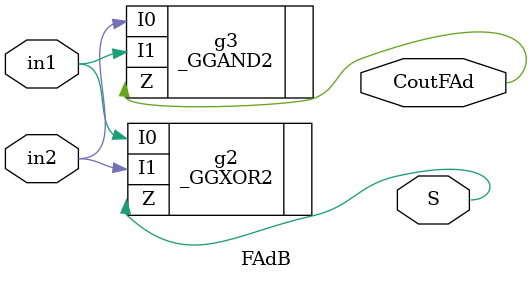
<source format=v>

`timescale 1ns/1ns

module main;    //: root_module
reg [3:0] w20;    //: /sn:0 {0}(#:658,268)(760,268)(#:760,194){1}
reg [3:0] w5;    //: /sn:0 {0}(#:367,111)(#:367,38){1}
wire [7:0] w7;    //: /sn:0 {0}(#:362,440)(362,478)(578,478)(578,424){1}
wire w14;    //: /sn:0 {0}(337,434)(337,417)(274,417)(274,351){1}
wire w16;    //: /sn:0 {0}(357,434)(357,383)(344,383)(344,351){1}
wire w15;    //: /sn:0 {0}(327,434)(327,423)(238,423)(238,351){1}
wire w4;    //: /sn:0 {0}(362,117)(362,149)(324,149)(324,172){1}
wire w19;    //: /sn:0 {0}(387,434)(387,417)(459,417)(459,351){1}
wire w0;    //: /sn:0 {0}(382,117)(382,134)(487,134)(487,172){1}
wire w3;    //: /sn:0 {0}(248,172)(248,132)(352,132)(352,117){1}
wire w1;    //: /sn:0 {0}(372,117)(372,149)(411,149)(411,172){1}
wire w8;    //: /sn:0 {0}(397,434)(397,423)(496,423)(496,351){1}
wire w30;    //: /sn:0 {0}(544,211)(637,211)(637,253)(652,253){1}
wire w17;    //: /sn:0 {0}(367,434)(367,383)(379,383)(379,351){1}
wire w10;    //: /sn:0 {0}(377,434)(377,409)(417,409)(417,351){1}
wire w13;    //: /sn:0 {0}(347,434)(347,409)(309,409)(309,351){1}
wire w27;    //: /sn:0 {0}(544,283)(597,283)(597,273)(652,273){1}
wire w29;    //: /sn:0 {0}(544,251)(596,251)(596,263)(652,263){1}
wire w26;    //: /sn:0 {0}(544,313)(637,313)(637,283)(652,283){1}
//: enddecls

  //: LED g4 (w7) @(578,417) /sn:0 /w:[ 1 ] /type:3
  //: DIP g3 (w20) @(760,184) /sn:0 /w:[ 1 ] /st:1 /dn:1
  assign {w30, w29, w27, w26} = w20; //: CONCAT g2  @(657,268) /sn:0 /w:[ 1 1 1 1 0 ] /dr:0 /tp:0 /drp:0
  assign w7 = {w8, w19, w10, w17, w16, w13, w14, w15}; //: CONCAT g1  @(362,439) /sn:0 /R:3 /w:[ 0 0 0 0 0 0 0 0 0 ] /dr:0 /tp:0 /drp:1
  //: DIP g9 (w5) @(367,28) /sn:0 /w:[ 1 ] /st:2 /dn:1
  assign {w3, w4, w1, w0} = w5; //: CONCAT g17  @(367,112) /sn:0 /R:1 /w:[ 1 0 0 0 0 ] /dr:0 /tp:0 /drp:0
  MUL g0 (.A3(w3), .A2(w4), .A1(w1), .A0(w0), .B0(w26), .B1(w27), .B2(w29), .B3(w30), .S0(w15), .S1(w14), .S2(w13), .S3(w16), .S4(w17), .S5(w10), .S6(w19), .S7(w8));   //: @(198, 173) /sz:(345, 177) /sn:0 /p:[ Ti0>0 Ti1>1 Ti2>1 Ti3>1 Ri0>0 Ri1>0 Ri2>0 Ri3>0 Bo0<1 Bo1<1 Bo2<1 Bo3<1 Bo4<1 Bo5<1 Bo6<1 Bo7<1 ]

endmodule
//: /netlistEnd

//: /netlistBegin FAb
module FAb(Cout, Cin, B, A, S);
//: interface  /sz:(40, 40) /bd:[ ] /pd: 0 /pi: 0 /pe: 0 /pp: 1
input B;    //: /sn:0 {0}(156,149)(201,149){1}
//: {2}(205,149)(227,149)(227,132)(242,132){3}
//: {4}(203,151)(203,281)(242,281){5}
input A;    //: /sn:0 {0}(156,118)(175,118){1}
//: {2}(179,118)(227,118)(227,127)(242,127){3}
//: {4}(177,120)(177,286)(242,286){5}
output Cout;    //: /sn:0 {0}(430,282)(511,282){1}
input Cin;    //: /sn:0 {0}(156,208)(251,208){1}
//: {2}(255,208)(394,208)(394,168)(409,168){3}
//: {4}(253,210)(253,241)(337,241){5}
output S;    //: /sn:0 {0}(430,166)(503,166){1}
wire w3;    //: /sn:0 {0}(358,239)(387,239)(387,279)(409,279){1}
wire w2;    //: /sn:0 {0}(263,130)(322,130)(322,161){1}
//: {2}(324,163)(367,163)(367,163)(409,163){3}
//: {4}(322,165)(322,236)(337,236){5}
wire w5;    //: /sn:0 {0}(263,284)(336,284)(336,284)(409,284){1}
//: enddecls

  _GGNAND2 #(4) g8 (.I0(w3), .I1(w5), .Z(Cout));   //: @(420,282) /sn:0 /w:[ 1 1 0 ]
  _GGNAND2 #(4) g4 (.I0(B), .I1(A), .Z(w5));   //: @(253,284) /sn:0 /w:[ 5 5 0 ]
  //: OUT g13 (Cout) @(508,282) /sn:0 /w:[ 1 ]
  _GGXOR2 #(8) g3 (.I0(A), .I1(B), .Z(w2));   //: @(253,130) /sn:0 /w:[ 3 3 0 ]
  //: IN g2 (Cin) @(154,208) /sn:0 /w:[ 0 ]
  //: IN g1 (B) @(154,149) /sn:0 /w:[ 0 ]
  //: joint g11 (Cin) @(253, 208) /w:[ 2 -1 1 4 ]
  _GGXOR2 #(8) g10 (.I0(w2), .I1(Cin), .Z(S));   //: @(420,166) /sn:0 /w:[ 3 3 0 ]
  //: joint g6 (B) @(203, 149) /w:[ 2 -1 1 4 ]
  //: joint g9 (w2) @(322, 163) /w:[ 2 1 -1 4 ]
  _GGNAND2 #(4) g7 (.I0(w2), .I1(Cin), .Z(w3));   //: @(348,239) /sn:0 /w:[ 5 5 0 ]
  //: joint g5 (A) @(177, 118) /w:[ 2 -1 1 4 ]
  //: IN g0 (A) @(154,118) /sn:0 /w:[ 0 ]
  //: OUT g12 (S) @(500,166) /sn:0 /w:[ 1 ]

endmodule
//: /netlistEnd

//: /netlistBegin FAdA
module FAdA(in4, C2, C1, in3);
//: interface  /sz:(40, 40) /bd:[ ] /pd: 0 /pi: 0 /pe: 0 /pp: 1
output C2;    //: /sn:0 {0}(371,217)(260,217){1}
input in4;    //: /sn:0 {0}(134,142)(183,142){1}
//: {2}(187,142)(224,142)(224,114)(239,114){3}
//: {4}(185,144)(185,214)(239,214){5}
input in3;    //: /sn:0 {0}(134,85)(151,85){1}
//: {2}(155,85)(224,85)(224,109)(239,109){3}
//: {4}(153,87)(153,219)(239,219){5}
output C1;    //: /sn:0 {0}(260,112)(370,112){1}
//: enddecls

  //: joint g4 (in3) @(153, 85) /w:[ 2 -1 1 4 ]
  _GGAND2 #(6) g3 (.I0(in4), .I1(in3), .Z(C2));   //: @(250,217) /sn:0 /w:[ 5 5 1 ]
  _GGXOR2 #(8) g2 (.I0(in3), .I1(in4), .Z(C1));   //: @(250,112) /sn:0 /w:[ 3 3 0 ]
  //: IN g1 (in4) @(132,142) /sn:0 /w:[ 0 ]
  //: OUT g6 (C2) @(368,217) /sn:0 /w:[ 0 ]
  //: OUT g7 (C1) @(367,112) /sn:0 /w:[ 1 ]
  //: joint g5 (in4) @(185, 142) /w:[ 2 -1 1 4 ]
  //: IN g0 (in3) @(132,85) /sn:0 /w:[ 0 ]

endmodule
//: /netlistEnd

//: /netlistBegin FA3alt
module FA3alt(C1, Cin, C, B, S, C2, A);
//: interface  /sz:(40, 40) /bd:[ ] /pd: 0 /pi: 0 /pe: 0 /pp: 1
input B;    //: /sn:0 {0}(468,36)(526,36)(526,114){1}
input A;    //: /sn:0 {0}(418,68)(464,68)(464,114){1}
output C2;    //: /sn:0 {0}(121,349)(219,349){1}
input C;    //: /sn:0 {0}(469,307)(469,252)(425,252){1}
input Cin;    //: /sn:0 {0}(664,170)(560,170){1}
output C1;    //: /sn:0 {0}(283,455)(283,394){1}
output S;    //: /sn:0 {0}(503,452)(503,391){1}
wire w0;    //: /sn:0 {0}(517,307)(517,266)(501,266)(501,226){1}
wire w3;    //: /sn:0 {0}(442,349)(384,349)(384,264)(306,264)(306,307){1}
wire w1;    //: /sn:0 {0}(436,170)(248,170)(248,307){1}
//: enddecls

  FA g4 (.B(B), .A(A), .Cin(Cin), .Cout(w1), .Sin(w0));   //: @(437, 115) /sz:(122, 110) /sn:0 /p:[ Ti0>1 Ti1>1 Ri0>1 Lo0<0 Bo0<1 ]
  //: OUT g8 (C1) @(283,452) /sn:0 /R:3 /w:[ 0 ]
  //: IN g3 (Cin) @(666,170) /sn:0 /R:2 /w:[ 0 ]
  //: IN g2 (C) @(423,252) /sn:0 /w:[ 1 ]
  //: IN g1 (B) @(466,36) /sn:0 /w:[ 0 ]
  //: OUT g6 (S) @(503,449) /sn:0 /R:3 /w:[ 0 ]
  FAdA g7 (.in4(w3), .in3(w1), .C2(C2), .C1(C1));   //: @(220, 308) /sz:(120, 85) /sn:0 /p:[ Ti0>1 Ti1>1 Lo0<1 Bo0<1 ]
  //: OUT g9 (C2) @(124,349) /sn:0 /R:2 /w:[ 0 ]
  FAd g5 (.in1(C), .in2(w0), .CoutFAd(w3), .S(S));   //: @(443, 308) /sz:(113, 82) /sn:0 /p:[ Ti0>0 Ti1>0 Lo0<0 Bo0<1 ]
  //: IN g0 (A) @(416,68) /sn:0 /w:[ 0 ]

endmodule
//: /netlistEnd

//: /netlistBegin FAd
module FAd(in2, CoutFAd, S, in1);
//: interface  /sz:(40, 40) /bd:[ ] /pd: 0 /pi: 0 /pe: 0 /pp: 1
input in1;    //: /sn:0 {0}(134,85)(151,85){1}
//: {2}(155,85)(224,85)(224,109)(239,109){3}
//: {4}(153,87)(153,219)(239,219){5}
input in2;    //: /sn:0 {0}(134,142)(183,142){1}
//: {2}(187,142)(224,142)(224,114)(239,114){3}
//: {4}(185,144)(185,214)(239,214){5}
output CoutFAd;    //: /sn:0 {0}(371,217)(260,217){1}
output S;    //: /sn:0 {0}(260,112)(370,112){1}
//: enddecls

  //: joint g4 (in1) @(153, 85) /w:[ 2 -1 1 4 ]
  _GGAND2 #(6) g3 (.I0(in2), .I1(in1), .Z(CoutFAd));   //: @(250,217) /sn:0 /w:[ 5 5 1 ]
  _GGXOR2 #(8) g2 (.I0(in1), .I1(in2), .Z(S));   //: @(250,112) /sn:0 /w:[ 3 3 0 ]
  //: IN g1 (in2) @(132,142) /sn:0 /w:[ 0 ]
  //: OUT g6 (CoutFAd) @(368,217) /sn:0 /w:[ 0 ]
  //: OUT g7 (S) @(367,112) /sn:0 /w:[ 1 ]
  //: joint g5 (in2) @(185, 142) /w:[ 2 -1 1 4 ]
  //: IN g0 (in1) @(132,85) /sn:0 /w:[ 0 ]

endmodule
//: /netlistEnd

//: /netlistBegin FA3b
module FA3b(C1, Cin, C, B, S, C2, A);
//: interface  /sz:(40, 40) /bd:[ ] /pd: 0 /pi: 0 /pe: 0 /pp: 1
input B;    //: /sn:0 {0}(468,36)(526,36)(526,114){1}
input A;    //: /sn:0 {0}(418,68)(464,68)(464,114){1}
output C2;    //: /sn:0 {0}(121,349)(219,349){1}
input C;    //: /sn:0 {0}(469,307)(469,252)(425,252){1}
input Cin;    //: /sn:0 {0}(664,170)(560,170){1}
output C1;    //: /sn:0 {0}(283,455)(283,394){1}
output S;    //: /sn:0 {0}(503,452)(503,391){1}
wire w0;    //: /sn:0 {0}(517,307)(517,266)(501,266)(501,226){1}
wire w3;    //: /sn:0 {0}(442,349)(384,349)(384,264)(306,264)(306,307){1}
wire w1;    //: /sn:0 {0}(436,170)(248,170)(248,307){1}
//: enddecls

  FA g4 (.B(B), .A(A), .Cin(Cin), .Cout(w1), .Sin(w0));   //: @(437, 115) /sz:(122, 110) /sn:0 /p:[ Ti0>1 Ti1>1 Ri0>1 Lo0<0 Bo0<1 ]
  //: OUT g8 (C1) @(283,452) /sn:0 /R:3 /w:[ 0 ]
  //: IN g3 (Cin) @(666,170) /sn:0 /R:2 /w:[ 0 ]
  //: IN g2 (C) @(423,252) /sn:0 /w:[ 1 ]
  //: IN g1 (B) @(466,36) /sn:0 /w:[ 0 ]
  //: OUT g6 (S) @(503,449) /sn:0 /R:3 /w:[ 0 ]
  FAdA g7 (.in4(w3), .in3(w1), .C2(C2), .C1(C1));   //: @(220, 308) /sz:(120, 85) /sn:0 /p:[ Ti0>1 Ti1>1 Lo0<1 Bo0<1 ]
  //: OUT g9 (C2) @(124,349) /sn:0 /R:2 /w:[ 0 ]
  FAd g5 (.in1(C), .in2(w0), .CoutFAd(w3), .S(S));   //: @(443, 308) /sz:(113, 82) /sn:0 /p:[ Ti0>0 Ti1>0 Lo0<0 Bo0<1 ]
  //: IN g0 (A) @(416,68) /sn:0 /w:[ 0 ]

endmodule
//: /netlistEnd

//: /netlistBegin FAdD
module FAdD(in2, CoutFAd, S, in1);
//: interface  /sz:(40, 40) /bd:[ ] /pd: 0 /pi: 0 /pe: 0 /pp: 1
input in1;    //: /sn:0 {0}(134,85)(151,85){1}
//: {2}(155,85)(224,85)(224,109)(239,109){3}
//: {4}(153,87)(153,219)(239,219){5}
input in2;    //: /sn:0 {0}(134,142)(183,142){1}
//: {2}(187,142)(224,142)(224,114)(239,114){3}
//: {4}(185,144)(185,214)(239,214){5}
output CoutFAd;    //: /sn:0 {0}(371,217)(260,217){1}
output S;    //: /sn:0 {0}(260,112)(370,112){1}
//: enddecls

  //: joint g4 (in1) @(153, 85) /w:[ 2 -1 1 4 ]
  _GGAND2 #(6) g3 (.I0(in2), .I1(in1), .Z(CoutFAd));   //: @(250,217) /sn:0 /w:[ 5 5 1 ]
  _GGXOR2 #(8) g2 (.I0(in1), .I1(in2), .Z(S));   //: @(250,112) /sn:0 /w:[ 3 3 0 ]
  //: IN g1 (in2) @(132,142) /sn:0 /w:[ 0 ]
  //: OUT g6 (CoutFAd) @(368,217) /sn:0 /w:[ 0 ]
  //: OUT g7 (S) @(367,112) /sn:0 /w:[ 1 ]
  //: joint g5 (in2) @(185, 142) /w:[ 2 -1 1 4 ]
  //: IN g0 (in1) @(132,85) /sn:0 /w:[ 0 ]

endmodule
//: /netlistEnd

//: /netlistBegin MUL
module MUL(S7, S2, S3, B3, B1, S1, B2, S4, S6, A0, A3, S0, A2, B0, A1, S5);
//: interface  /sz:(40, 40) /bd:[ ] /pd: 0 /pi: 0 /pe: 0 /pp: 1
input A0;    //: /sn:0 {0}(-619,-207)(-353,-207){1}
//: {2}(-349,-207)(-6,-207){3}
//: {4}(-2,-207)(341,-207){5}
//: {6}(345,-207)(697,-207){7}
//: {8}(701,-207)(750,-207){9}
//: {10}(699,-205)(699,88){11}
//: {12}(343,-205)(343,55){13}
//: {14}(-4,-205)(-4,23){15}
//: {16}(-351,-205)(-351,-6){17}
output S1;    //: /sn:0 {0}(600,403)(600,462){1}
output S7;    //: /sn:0 {0}(-594,362)(-611,362)(-611,459){1}
output S6;    //: /sn:0 {0}(-452,408)(-452,433)(-452,433)(-452,459){1}
input A3;    //: /sn:0 {0}(-228,23)(-228,-84)(-228,-84)(-228,-97){1}
//: {2}(-226,-99)(117,-99){3}
//: {4}(121,-99)(473,-99){5}
//: {6}(477,-99)(753,-99){7}
//: {8}(475,-97)(475,88){9}
//: {10}(119,-97)(119,55){11}
//: {12}(-230,-99)(-573,-99){13}
//: {14}(-577,-99)(-619,-99){15}
//: {16}(-575,-97)(-575,-6){17}
input A2;    //: /sn:0 {0}(-619,-140)(-498,-140){1}
//: {2}(-494,-140)(-151,-140){3}
//: {4}(-147,-140)(196,-140){5}
//: {6}(200,-140)(552,-140){7}
//: {8}(556,-140)(751,-140){9}
//: {10}(554,-138)(554,88){11}
//: {12}(198,-138)(198,55){13}
//: {14}(-149,-138)(-149,23){15}
//: {16}(-496,-138)(-496,-6){17}
output S4;    //: /sn:0 {0}(-49,408)(-49,460){1}
input B2;    //: /sn:0 {0}(-263,-17)(-225,-17){1}
//: {2}(-221,-17)(-146,-17){3}
//: {4}(-142,-17)(-75,-17){5}
//: {6}(-71,-17)(-1,-17){7}
//: {8}(3,-17)(57,-17){9}
//: {10}(1,-15)(1,23){11}
//: {12}(-73,-15)(-73,23){13}
//: {14}(-144,-15)(-144,23){15}
//: {16}(-223,-15)(-223,23){17}
input B1;    //: /sn:0 {0}(84,15)(122,15){1}
//: {2}(126,15)(201,15){3}
//: {4}(205,15)(272,15){5}
//: {6}(276,15)(346,15){7}
//: {8}(350,15)(412,15){9}
//: {10}(348,17)(348,55){11}
//: {12}(274,17)(274,55){13}
//: {14}(203,17)(203,55){15}
//: {16}(124,17)(124,55){17}
output S0;    //: /sn:0 {0}(701,109)(701,459)(701,459)(701,462){1}
output S5;    //: /sn:0 {0}(-265,407)(-265,432)(-265,432)(-265,459){1}
input A1;    //: /sn:0 {0}(-620,-175)(-427,-175){1}
//: {2}(-423,-175)(-80,-175){3}
//: {4}(-76,-175)(267,-175){5}
//: {6}(271,-175)(623,-175){7}
//: {8}(627,-175)(750,-175){9}
//: {10}(625,-173)(625,88){11}
//: {12}(269,-173)(269,55){13}
//: {14}(-78,-173)(-78,23){15}
//: {16}(-425,-173)(-425,-6){17}
input B3;    //: /sn:0 {0}(-617,-46)(-572,-46){1}
//: {2}(-568,-46)(-493,-46){3}
//: {4}(-489,-46)(-422,-46){5}
//: {6}(-418,-46)(-348,-46){7}
//: {8}(-344,-46)(-297,-46){9}
//: {10}(-346,-44)(-346,-6){11}
//: {12}(-420,-44)(-420,-6){13}
//: {14}(-491,-44)(-491,-6){15}
//: {16}(-570,-44)(-570,-6){17}
output S3;    //: /sn:0 {0}(178,407)(178,462){1}
input B0;    //: /sn:0 {0}(439,49)(478,49){1}
//: {2}(482,49)(557,49){3}
//: {4}(561,49)(628,49){5}
//: {6}(632,49)(702,49){7}
//: {8}(706,49)(761,49){9}
//: {10}(704,51)(704,88){11}
//: {12}(630,51)(630,88){13}
//: {14}(559,51)(559,88){15}
//: {16}(480,51)(480,88){17}
output S2;    //: /sn:0 {0}(391,406)(391,462){1}
wire w32;    //: /sn:0 {0}(-226,44)(-226,81)(-266,81)(-266,307){1}
wire w6;    //: /sn:0 {0}(121,76)(121,112)(-29,112)(-29,293){1}
wire w7;    //: /sn:0 {0}(334,377)(293,377)(293,369)(248,369){1}
wire w16;    //: /sn:0 {0}(-323,371)(-393,371){1}
wire w14;    //: /sn:0 {0}(271,76)(271,161)(394,161)(394,309){1}
wire w4;    //: /sn:0 {0}(529,366)(451,366){1}
wire w15;    //: /sn:0 {0}(-427,324)(-427,273)(-167,273)(-167,328)(-125,328){1}
wire w38;    //: /sn:0 {0}(-423,15)(-423,184)(-100,184)(-100,293){1}
wire w0;    //: /sn:0 {0}(-125,369)(-166,369)(-166,362)(-209,362){1}
wire w20;    //: /sn:0 {0}(-2,293)(-2,254)(298,254)(298,340)(334,340){1}
wire w23;    //: /sn:0 {0}(345,76)(345,149)(491,149)(491,224)(561,224)(561,332){1}
wire w41;    //: /sn:0 {0}(-494,15)(-494,214)(-301,214)(-301,307){1}
wire w18;    //: /sn:0 {0}(-323,341)(-374,341)(-374,255)(-551,255)(-551,360)(-573,360){1}
wire w8;    //: /sn:0 {0}(627,109)(627,332){1}
wire w35;    //: /sn:0 {0}(-2,44)(-2,206)(362,206)(362,309){1}
wire w17;    //: /sn:0 {0}(197,294)(197,135)(200,135)(200,76){1}
wire w2;    //: /sn:0 {0}(477,109)(477,121)(452,121)(452,190)(224,190)(224,294){1}
wire w44;    //: /sn:0 {0}(-475,324)(-475,233)(-573,233)(-573,15){1}
wire w12;    //: /sn:0 {0}(110,374)(77,374)(77,358)(29,358){1}
wire w10;    //: /sn:0 {0}(-573,365)(-508,365){1}
wire w13;    //: /sn:0 {0}(110,329)(78,329)(78,238)(-235,238)(-235,307){1}
wire w5;    //: /sn:0 {0}(556,109)(556,180)(520,180)(520,273)(425,273)(425,309){1}
wire w29;    //: /sn:0 {0}(-147,44)(-147,158)(-68,158)(-68,293){1}
wire w47;    //: /sn:0 {0}(-349,15)(-349,170)(133,170)(133,294){1}
wire w26;    //: /sn:0 {0}(-76,44)(-76,134)(164,134)(164,294){1}
//: enddecls

  _GGAND2 #(6) g4 (.I0(B0), .I1(A1), .Z(w8));   //: @(627,99) /sn:0 /R:3 /anc:1 /w:[ 13 11 0 ]
  _GGAND2 #(6) g8 (.I0(B1), .I1(A0), .Z(w23));   //: @(345,66) /sn:0 /R:3 /w:[ 11 13 0 ]
  //: comment g61 @(9,29) /sn:0
  //: /line:"A0B2"
  //: /end
  //: OUT g86 (S7) @(-611,456) /sn:0 /R:3 /w:[ 1 ]
  _GGAND2 #(6) g3 (.I0(B0), .I1(A2), .Z(w5));   //: @(556,99) /sn:0 /R:3 /anc:1 /w:[ 15 11 0 ]
  _GGAND2 #(6) g13 (.I0(B2), .I1(A0), .Z(w35));   //: @(-2,34) /sn:0 /R:3 /w:[ 11 15 0 ]
  //: comment g34 @(568,89) /sn:0
  //: /line:"A2B0"
  //: /end
  //: joint g37 (A0) @(343, -207) /w:[ 6 -1 5 12 ]
  //: joint g51 (A2) @(-149, -140) /w:[ 4 -1 3 14 ]
  //: joint g55 (B2) @(-144, -17) /w:[ 4 -1 3 14 ]
  //: joint g58 (A1) @(-425, -175) /w:[ 2 -1 1 16 ]
  _GGAND2 #(6) g2 (.I0(B0), .I1(A3), .Z(w2));   //: @(477,99) /sn:0 /R:3 /anc:1 /w:[ 17 9 0 ]
  //: joint g65 (B3) @(-346, -46) /w:[ 8 -1 7 10 ]
  //: OUT g76 (S2) @(391,459) /sn:0 /R:3 /w:[ 1 ]
  FA4a g77 (.D(w2), .C(w17), .B(w26), .A(w47), .Cin(w7), .C2(w13), .C1(w12), .S0(S3));   //: @(111, 295) /sz:(136, 111) /sn:0 /p:[ Ti0>1 Ti1>0 Ti2>1 Ti3>1 Ri0>1 Lo0<0 Lo1<0 Bo0<0 ]
  //: joint g59 (A2) @(-496, -140) /w:[ 2 -1 1 16 ]
  _GGAND2 #(6) g1 (.I0(B1), .I1(A1), .Z(w14));   //: @(271,66) /sn:0 /R:3 /w:[ 13 13 0 ]
  //: comment g72 @(-562,-1) /sn:0
  //: /line:"A3B3"
  //: /end
  //: comment g64 @(-215,25) /sn:0
  //: /line:"A3B2"
  //: /end
  _GGAND2 #(6) g11 (.I0(B2), .I1(A2), .Z(w29));   //: @(-147,34) /sn:0 /R:3 /w:[ 15 15 0 ]
  _GGAND2 #(6) g16 (.I0(B3), .I1(A2), .Z(w41));   //: @(-494,5) /sn:0 /R:3 /w:[ 15 17 0 ]
  _GGAND2 #(6) g10 (.I0(B2), .I1(A1), .Z(w26));   //: @(-76,34) /sn:0 /R:3 /w:[ 13 15 0 ]
  //: joint g28 (B0) @(480, 49) /w:[ 2 -1 1 16 ]
  //: joint g50 (A1) @(-78, -175) /w:[ 4 -1 3 14 ]
  //: OUT g78 (S3) @(178,459) /sn:0 /R:3 /w:[ 1 ]
  //: IN g19 (B3) @(-619,-46) /sn:0 /w:[ 0 ]
  //: joint g27 (B0) @(559, 49) /w:[ 4 -1 3 14 ]
  //: comment g32 @(713,90) /sn:0
  //: /line:"A0B0"
  //: /end
  _GGAND2 #(6) g6 (.I0(B1), .I1(A2), .Z(w17));   //: @(200,66) /sn:0 /R:3 /w:[ 15 13 1 ]
  //: joint g38 (A1) @(269, -175) /w:[ 6 -1 5 12 ]
  //: comment g69 @(-337,-1) /sn:0
  //: /line:"A0B3"
  //: /end
  _GGAND2 #(6) g7 (.I0(B1), .I1(A3), .Z(w6));   //: @(121,66) /sn:0 /R:3 /w:[ 17 11 0 ]
  //: IN g9 (B1) @(82,15) /sn:0 /w:[ 0 ]
  //: joint g53 (B2) @(1, -17) /w:[ 8 -1 7 10 ]
  //: joint g57 (A0) @(-351, -207) /w:[ 2 -1 1 16 ]
  FA3alt g75 (.C(w5), .B(w14), .A(w35), .Cin(w4), .C2(w20), .C1(w7), .S(S2));   //: @(335, 310) /sz:(115, 95) /sn:0 /p:[ Ti0>1 Ti1>1 Ti2>1 Ri0>1 Lo0<1 Lo1<0 Bo0<0 ]
  _GGAND2 #(6) g15 (.I0(B3), .I1(A1), .Z(w38));   //: @(-423,5) /sn:0 /R:3 /w:[ 13 17 0 ]
  //: joint g20 (B0) @(704, 49) /anc:1 /w:[ 8 -1 7 10 ]
  //: joint g31 (A3) @(475, -99) /w:[ 6 -1 5 8 ]
  //: comment g71 @(-482,-1) /sn:0
  //: /line:"A2B3"
  //: /end
  //: joint g39 (A2) @(198, -140) /w:[ 6 -1 5 12 ]
  //: joint g67 (B3) @(-491, -46) /w:[ 4 -1 3 14 ]
  //: joint g68 (B3) @(-570, -46) /w:[ 2 -1 1 16 ]
  //: comment g43 @(211,59) /sn:0
  //: /line:"A2B1"
  //: /end
  //: joint g48 (B1) @(348, 15) /w:[ 8 -1 7 10 ]
  _GGAND2 #(6) g17 (.I0(B3), .I1(A3), .Z(w44));   //: @(-573,5) /sn:0 /R:3 /w:[ 17 17 1 ]
  //: joint g25 (A0) @(699, -207) /w:[ 8 -1 7 10 ]
  //: joint g29 (A1) @(625, -175) /w:[ 8 -1 7 10 ]
  //: comment g62 @(-65,26) /sn:0
  //: /line:"A1B2"
  //: /end
  FAdD g73 (.in2(w8), .in1(w23), .CoutFAd(w4), .S(S1));   //: @(530, 333) /sz:(128, 69) /sn:0 /p:[ Ti0>1 Ti1>1 Lo0<0 Bo0<0 ]
  //: comment g42 @(282,59) /sn:0
  //: /line:"A1B1"
  //: /end
  //: joint g52 (A3) @(-228, -99) /w:[ 2 -1 12 1 ]
  //: comment g63 @(-137,26) /sn:0
  //: /line:"A2B2"
  //: /end
  FAb g83 (.B(w15), .A(w44), .Cin(w16), .Cout(w10), .S(S6));   //: @(-507, 325) /sz:(113, 82) /sn:0 /p:[ Ti0>0 Ti1>0 Ri0>1 Lo0<1 Bo0<0 ]
  //: OUT g74 (S1) @(600,459) /sn:0 /R:3 /w:[ 1 ]
  _GGAND2 #(6) g5 (.I0(B0), .I1(A0), .Z(S0));   //: @(701,99) /sn:0 /R:3 /anc:1 /w:[ 11 11 0 ]
  //: IN g14 (B2) @(-265,-17) /sn:0 /w:[ 0 ]
  //: joint g56 (B2) @(-223, -17) /w:[ 2 -1 1 16 ]
  //: comment g44 @(132,59) /sn:0
  //: /line:"A3B1"
  //: /end
  //: joint g47 (B1) @(274, 15) /w:[ 6 -1 5 12 ]
  FA4b g79 (.D(w20), .C(w6), .B(w29), .A(w38), .Cin(w12), .C2(w15), .C1(w0), .S0(S4));   //: @(-124, 294) /sz:(152, 113) /sn:0 /p:[ Ti0>0 Ti1>1 Ti2>1 Ti3>1 Ri0>1 Lo0<1 Lo1<0 Bo0<0 ]
  //: OUT g80 (S4) @(-49,457) /sn:0 /R:3 /w:[ 1 ]
  _GGOR2 #(6) g85 (.I0(w10), .I1(w18), .Z(S7));   //: @(-584,362) /sn:0 /R:2 /w:[ 0 1 0 ]
  //: OUT g84 (S6) @(-452,456) /sn:0 /R:3 /w:[ 1 ]
  //: IN g21 (A0) @(-621,-207) /sn:0 /anc:1 /w:[ 0 ]
  //: IN g24 (A3) @(-621,-99) /sn:0 /anc:1 /w:[ 15 ]
  //: OUT g36 (S0) @(701,459) /sn:0 /R:3 /w:[ 1 ]
  //: IN g23 (A2) @(-621,-140) /sn:0 /anc:1 /w:[ 0 ]
  //: comment g41 @(356,60) /sn:0
  //: /line:"A0B1"
  //: /end
  //: joint g40 (A3) @(119, -99) /w:[ 4 -1 3 10 ]
  //: joint g54 (B2) @(-73, -17) /w:[ 6 -1 5 12 ]
  //: joint g60 (A3) @(-575, -99) /w:[ 13 -1 14 16 ]
  FA3b g81 (.C(w13), .B(w32), .A(w41), .Cin(w0), .C2(w18), .C1(w16), .S(S5));   //: @(-322, 308) /sz:(112, 98) /sn:0 /p:[ Ti0>1 Ti1>1 Ti2>1 Ri0>1 Lo0<0 Lo1<0 Bo0<0 ]
  //: IN g0 (B0) @(437,49) /sn:0 /anc:1 /w:[ 0 ]
  //: IN g22 (A1) @(-622,-175) /sn:0 /anc:1 /w:[ 0 ]
  //: joint g26 (B0) @(630, 49) /w:[ 6 -1 5 12 ]
  //: comment g35 @(487,89) /sn:0
  //: /line:"A3B0"
  //: /end
  //: joint g45 (B1) @(124, 15) /w:[ 2 -1 1 16 ]
  //: joint g46 (B1) @(203, 15) /w:[ 4 -1 3 14 ]
  //: comment g70 @(-411,-2) /sn:0
  //: /line:"A1B3"
  //: /end
  //: OUT g82 (S5) @(-265,456) /sn:0 /R:3 /w:[ 1 ]
  //: joint g66 (B3) @(-420, -46) /w:[ 6 -1 5 12 ]
  _GGAND2 #(6) g12 (.I0(B2), .I1(A3), .Z(w32));   //: @(-226,34) /sn:0 /R:3 /w:[ 17 0 0 ]
  _GGAND2 #(6) g18 (.I0(B3), .I1(A0), .Z(w47));   //: @(-349,5) /sn:0 /R:3 /w:[ 11 17 0 ]
  //: joint g30 (A2) @(554, -140) /w:[ 8 -1 7 10 ]
  //: comment g33 @(639,90) /sn:0
  //: /line:"A1B0"
  //: /end
  //: joint g49 (A0) @(-4, -207) /w:[ 4 -1 3 14 ]

endmodule
//: /netlistEnd

//: /netlistBegin FA4b
module FA4b(C, S0, B, A, C1, C2, D, Cin);
//: interface  /sz:(40, 40) /bd:[ ] /pd: 0 /pi: 0 /pe: 0 /pp: 1
input B;    //: /sn:0 {0}(651,29)(658,29)(658,115){1}
input A;    //: /sn:0 {0}(587,29)(606,29)(606,115){1}
output C2;    //: /sn:0 {0}(187,398)(282,398){1}
output S0;    //: /sn:0 {0}(746,496)(695,496)(695,457){1}
input C;    //: /sn:0 {0}(696,32)(706,32)(706,115){1}
input D;    //: /sn:0 {0}(734,347)(734,297)(755,297){1}
input Cin;    //: /sn:0 {0}(881,190)(753,190){1}
output C1;    //: /sn:0 {0}(551,495)(463,495)(463,459){1}
wire w4;    //: /sn:0 {0}(659,347)(659,268){1}
wire w0;    //: /sn:0 {0}(303,401)(395,401){1}
wire w1;    //: /sn:0 {0}(571,167)(318,167)(318,396)(303,396){1}
wire w2;    //: /sn:0 {0}(632,401)(578,401)(578,301)(498,301)(498,345){1}
wire w5;    //: /sn:0 {0}(571,218)(429,218)(429,345){1}
//: enddecls

  //: IN g4 (C) @(694,32) /sn:0 /w:[ 0 ]
  //: OUT g8 (S0) @(743,496) /sn:0 /w:[ 0 ]
  //: IN g3 (B) @(649,29) /sn:0 /w:[ 0 ]
  //: IN g2 (A) @(585,29) /sn:0 /w:[ 0 ]
  FAdB g1 (.in2(D), .in1(w4), .CoutFAd(w2), .S(S0));   //: @(633, 348) /sz:(136, 108) /sn:0 /p:[ Ti0>0 Ti1>0 Lo0<0 Bo0<1 ]
  _GGOR2 #(6) g11 (.I0(w0), .I1(w1), .Z(C2));   //: @(292,398) /sn:0 /R:2 /w:[ 0 1 1 ]
  //: OUT g10 (C1) @(548,495) /sn:0 /w:[ 0 ]
  //: OUT g6 (C2) @(190,398) /sn:0 /R:2 /w:[ 0 ]
  FAdC g9 (.in4(w5), .in3(w2), .CoutFAdC(w0), .S1(C1));   //: @(396, 346) /sz:(133, 112) /sn:0 /p:[ Ti0>1 Ti1>1 Lo0<1 Bo0<1 ]
  //: IN g7 (D) @(757,297) /sn:0 /R:2 /w:[ 1 ]
  //: IN g5 (Cin) @(883,190) /sn:0 /R:2 /w:[ 0 ]
  FA3alt g0 (.C(C), .B(B), .A(A), .Cin(Cin), .C1(w5), .C2(w1), .S(w4));   //: @(572, 116) /sz:(180, 151) /sn:0 /p:[ Ti0>1 Ti1>1 Ti2>1 Ri0>1 Lo0<0 Lo1<0 Bo0<1 ]

endmodule
//: /netlistEnd

//: /netlistBegin FAdC
module FAdC(in4, CoutFAdC, S1, in3);
//: interface  /sz:(40, 40) /bd:[ ] /pd: 0 /pi: 0 /pe: 0 /pp: 1
output S1;    //: /sn:0 {0}(260,112)(370,112){1}
input in4;    //: /sn:0 {0}(134,142)(183,142){1}
//: {2}(187,142)(224,142)(224,114)(239,114){3}
//: {4}(185,144)(185,214)(239,214){5}
output CoutFAdC;    //: /sn:0 {0}(371,217)(260,217){1}
input in3;    //: /sn:0 {0}(134,85)(151,85){1}
//: {2}(155,85)(224,85)(224,109)(239,109){3}
//: {4}(153,87)(153,219)(239,219){5}
//: enddecls

  //: joint g4 (in3) @(153, 85) /w:[ 2 -1 1 4 ]
  _GGAND2 #(6) g3 (.I0(in4), .I1(in3), .Z(CoutFAdC));   //: @(250,217) /sn:0 /w:[ 5 5 1 ]
  _GGXOR2 #(8) g2 (.I0(in3), .I1(in4), .Z(S1));   //: @(250,112) /sn:0 /w:[ 3 3 0 ]
  //: IN g1 (in4) @(132,142) /sn:0 /w:[ 0 ]
  //: OUT g6 (CoutFAdC) @(368,217) /sn:0 /w:[ 0 ]
  //: OUT g7 (S1) @(367,112) /sn:0 /w:[ 1 ]
  //: joint g5 (in4) @(185, 142) /w:[ 2 -1 1 4 ]
  //: IN g0 (in3) @(132,85) /sn:0 /w:[ 0 ]

endmodule
//: /netlistEnd

//: /netlistBegin FA4a
module FA4a(C, S0, B, A, C1, C2, D, Cin);
//: interface  /sz:(40, 40) /bd:[ ] /pd: 0 /pi: 0 /pe: 0 /pp: 1
input B;    //: /sn:0 {0}(651,29)(658,29)(658,115){1}
input A;    //: /sn:0 {0}(587,29)(606,29)(606,115){1}
output C2;    //: /sn:0 {0}(185,398)(282,398){1}
output S0;    //: /sn:0 {0}(746,496)(695,496)(695,457){1}
input C;    //: /sn:0 {0}(696,32)(706,32)(706,115){1}
input D;    //: /sn:0 {0}(734,347)(734,297)(755,297){1}
input Cin;    //: /sn:0 {0}(881,190)(753,190){1}
output C1;    //: /sn:0 {0}(551,495)(463,495)(463,459){1}
wire w4;    //: /sn:0 {0}(659,347)(659,268){1}
wire w0;    //: /sn:0 {0}(303,401)(395,401){1}
wire w1;    //: /sn:0 {0}(571,167)(318,167)(318,396)(303,396){1}
wire w2;    //: /sn:0 {0}(632,401)(578,401)(578,301)(498,301)(498,345){1}
wire w5;    //: /sn:0 {0}(571,218)(429,218)(429,345){1}
//: enddecls

  //: IN g4 (C) @(694,32) /sn:0 /w:[ 0 ]
  //: OUT g8 (S0) @(743,496) /sn:0 /w:[ 0 ]
  //: IN g3 (B) @(649,29) /sn:0 /w:[ 0 ]
  //: IN g2 (A) @(585,29) /sn:0 /w:[ 0 ]
  FAdB g1 (.in2(D), .in1(w4), .CoutFAd(w2), .S(S0));   //: @(633, 348) /sz:(136, 108) /sn:0 /p:[ Ti0>0 Ti1>0 Lo0<0 Bo0<1 ]
  _GGOR2 #(6) g11 (.I0(w0), .I1(w1), .Z(C2));   //: @(292,398) /sn:0 /R:2 /w:[ 0 1 1 ]
  //: OUT g10 (C1) @(548,495) /sn:0 /w:[ 0 ]
  //: OUT g6 (C2) @(188,398) /sn:0 /R:2 /w:[ 0 ]
  FAdC g9 (.in4(w5), .in3(w2), .CoutFAdC(w0), .S1(C1));   //: @(396, 346) /sz:(133, 112) /sn:0 /p:[ Ti0>1 Ti1>1 Lo0<1 Bo0<1 ]
  //: IN g7 (D) @(757,297) /sn:0 /R:2 /w:[ 1 ]
  //: IN g5 (Cin) @(883,190) /sn:0 /R:2 /w:[ 0 ]
  FA3alt g0 (.C(C), .B(B), .A(A), .Cin(Cin), .C1(w5), .C2(w1), .S(w4));   //: @(572, 116) /sz:(180, 151) /sn:0 /p:[ Ti0>1 Ti1>1 Ti2>1 Ri0>1 Lo0<0 Lo1<0 Bo0<1 ]

endmodule
//: /netlistEnd

//: /netlistBegin FA
module FA(Cout, Cin, B, A, Sin);
//: interface  /sz:(40, 40) /bd:[ ] /pd: 0 /pi: 0 /pe: 0 /pp: 1
input B;    //: /sn:0 {0}(156,149)(201,149){1}
//: {2}(205,149)(227,149)(227,132)(242,132){3}
//: {4}(203,151)(203,281)(242,281){5}
input A;    //: /sn:0 {0}(156,118)(175,118){1}
//: {2}(179,118)(227,118)(227,127)(242,127){3}
//: {4}(177,120)(177,286)(242,286){5}
output Cout;    //: /sn:0 {0}(430,282)(511,282){1}
output Sin;    //: /sn:0 {0}(430,166)(503,166){1}
input Cin;    //: /sn:0 {0}(156,208)(251,208){1}
//: {2}(255,208)(394,208)(394,168)(409,168){3}
//: {4}(253,210)(253,241)(337,241){5}
wire w3;    //: /sn:0 {0}(358,239)(387,239)(387,279)(409,279){1}
wire w2;    //: /sn:0 {0}(263,130)(322,130)(322,161){1}
//: {2}(324,163)(367,163)(367,163)(409,163){3}
//: {4}(322,165)(322,236)(337,236){5}
wire w5;    //: /sn:0 {0}(263,284)(336,284)(336,284)(409,284){1}
//: enddecls

  _GGNAND2 #(4) g4 (.I0(B), .I1(A), .Z(w5));   //: @(253,284) /sn:0 /anc:1 /w:[ 5 5 0 ]
  _GGNAND2 #(4) g8 (.I0(w3), .I1(w5), .Z(Cout));   //: @(420,282) /sn:0 /w:[ 1 1 0 ]
  _GGXOR2 #(8) g3 (.I0(A), .I1(B), .Z(w2));   //: @(253,130) /sn:0 /anc:1 /w:[ 3 3 0 ]
  //: OUT g13 (Cout) @(508,282) /sn:0 /w:[ 1 ]
  //: IN g2 (Cin) @(154,208) /sn:0 /anc:1 /w:[ 0 ]
  //: IN g1 (B) @(154,149) /sn:0 /anc:1 /w:[ 0 ]
  //: joint g11 (Cin) @(253, 208) /w:[ 2 -1 1 4 ]
  _GGXOR2 #(8) g10 (.I0(w2), .I1(Cin), .Z(Sin));   //: @(420,166) /sn:0 /w:[ 3 3 0 ]
  //: joint g6 (B) @(203, 149) /anc:1 /w:[ 2 -1 1 4 ]
  _GGNAND2 #(4) g7 (.I0(w2), .I1(Cin), .Z(w3));   //: @(348,239) /sn:0 /w:[ 5 5 0 ]
  //: joint g9 (w2) @(322, 163) /w:[ 2 1 -1 4 ]
  //: joint g5 (A) @(177, 118) /anc:1 /w:[ 2 -1 1 4 ]
  //: IN g0 (A) @(154,118) /sn:0 /anc:1 /w:[ 0 ]
  //: OUT g12 (Sin) @(500,166) /sn:0 /w:[ 1 ]

endmodule
//: /netlistEnd

//: /netlistBegin FAdB
module FAdB(in2, CoutFAd, S, in1);
//: interface  /sz:(40, 40) /bd:[ ] /pd: 0 /pi: 0 /pe: 0 /pp: 1
input in1;    //: /sn:0 {0}(134,85)(151,85){1}
//: {2}(155,85)(224,85)(224,109)(239,109){3}
//: {4}(153,87)(153,219)(239,219){5}
input in2;    //: /sn:0 {0}(134,142)(183,142){1}
//: {2}(187,142)(224,142)(224,114)(239,114){3}
//: {4}(185,144)(185,214)(239,214){5}
output CoutFAd;    //: /sn:0 {0}(371,217)(260,217){1}
output S;    //: /sn:0 {0}(260,112)(370,112){1}
//: enddecls

  //: joint g4 (in1) @(153, 85) /w:[ 2 -1 1 4 ]
  _GGAND2 #(6) g3 (.I0(in2), .I1(in1), .Z(CoutFAd));   //: @(250,217) /sn:0 /w:[ 5 5 1 ]
  _GGXOR2 #(8) g2 (.I0(in1), .I1(in2), .Z(S));   //: @(250,112) /sn:0 /w:[ 3 3 0 ]
  //: IN g1 (in2) @(132,142) /sn:0 /w:[ 0 ]
  //: OUT g6 (CoutFAd) @(368,217) /sn:0 /w:[ 0 ]
  //: OUT g7 (S) @(367,112) /sn:0 /w:[ 1 ]
  //: joint g5 (in2) @(185, 142) /w:[ 2 -1 1 4 ]
  //: IN g0 (in1) @(132,85) /sn:0 /w:[ 0 ]

endmodule
//: /netlistEnd


</source>
